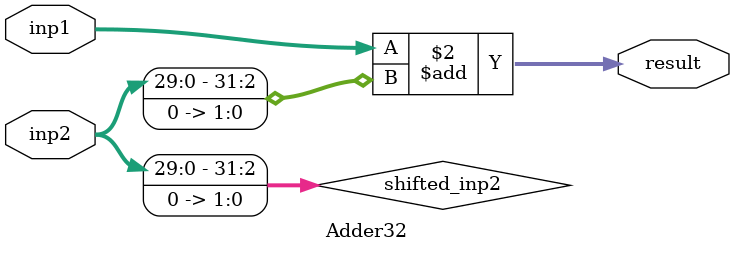
<source format=v>
module Adder
  (
    input [31:0] PC_in,
    output [31:0] PC_out
  );
  
  assign PC_out = PC_in + 4;

endmodule

module Adder32
  (
    input [31:0] inp1,inp2,
    output [31:0] result
  );
	
	wire[31:0] shifted_inp2;
	assign shifted_inp2 = inp2 << 2;
  assign result = inp1 + shifted_inp2;

endmodule // Adder32

</source>
